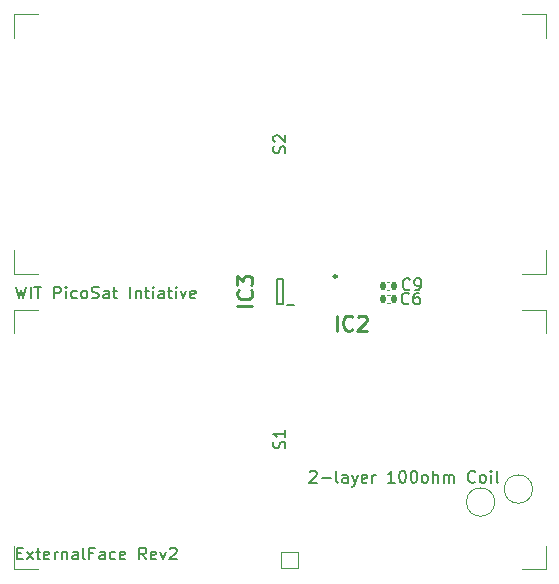
<source format=gto>
%TF.GenerationSoftware,KiCad,Pcbnew,7.0.2*%
%TF.CreationDate,2023-07-30T22:14:57-04:00*%
%TF.ProjectId,ExternalFaces,45787465-726e-4616-9c46-616365732e6b,rev?*%
%TF.SameCoordinates,Original*%
%TF.FileFunction,Legend,Top*%
%TF.FilePolarity,Positive*%
%FSLAX46Y46*%
G04 Gerber Fmt 4.6, Leading zero omitted, Abs format (unit mm)*
G04 Created by KiCad (PCBNEW 7.0.2) date 2023-07-30 22:14:57*
%MOMM*%
%LPD*%
G01*
G04 APERTURE LIST*
G04 Aperture macros list*
%AMRoundRect*
0 Rectangle with rounded corners*
0 $1 Rounding radius*
0 $2 $3 $4 $5 $6 $7 $8 $9 X,Y pos of 4 corners*
0 Add a 4 corners polygon primitive as box body*
4,1,4,$2,$3,$4,$5,$6,$7,$8,$9,$2,$3,0*
0 Add four circle primitives for the rounded corners*
1,1,$1+$1,$2,$3*
1,1,$1+$1,$4,$5*
1,1,$1+$1,$6,$7*
1,1,$1+$1,$8,$9*
0 Add four rect primitives between the rounded corners*
20,1,$1+$1,$2,$3,$4,$5,0*
20,1,$1+$1,$4,$5,$6,$7,0*
20,1,$1+$1,$6,$7,$8,$9,0*
20,1,$1+$1,$8,$9,$2,$3,0*%
G04 Aperture macros list end*
%ADD10C,0.150000*%
%ADD11C,0.254000*%
%ADD12C,0.120000*%
%ADD13C,0.200000*%
%ADD14C,0.250000*%
%ADD15RoundRect,0.140000X0.140000X0.170000X-0.140000X0.170000X-0.140000X-0.170000X0.140000X-0.170000X0*%
%ADD16R,0.620000X0.300000*%
%ADD17R,0.600000X0.350000*%
%ADD18R,1.100000X1.700000*%
%ADD19C,3.500000*%
%ADD20R,1.000000X1.000000*%
%ADD21C,2.000000*%
G04 APERTURE END LIST*
D10*
X107157143Y-96262619D02*
X107395238Y-97262619D01*
X107395238Y-97262619D02*
X107585714Y-96548333D01*
X107585714Y-96548333D02*
X107776190Y-97262619D01*
X107776190Y-97262619D02*
X108014286Y-96262619D01*
X108395238Y-97262619D02*
X108395238Y-96262619D01*
X108728571Y-96262619D02*
X109299999Y-96262619D01*
X109014285Y-97262619D02*
X109014285Y-96262619D01*
X110395238Y-97262619D02*
X110395238Y-96262619D01*
X110395238Y-96262619D02*
X110776190Y-96262619D01*
X110776190Y-96262619D02*
X110871428Y-96310238D01*
X110871428Y-96310238D02*
X110919047Y-96357857D01*
X110919047Y-96357857D02*
X110966666Y-96453095D01*
X110966666Y-96453095D02*
X110966666Y-96595952D01*
X110966666Y-96595952D02*
X110919047Y-96691190D01*
X110919047Y-96691190D02*
X110871428Y-96738809D01*
X110871428Y-96738809D02*
X110776190Y-96786428D01*
X110776190Y-96786428D02*
X110395238Y-96786428D01*
X111395238Y-97262619D02*
X111395238Y-96595952D01*
X111395238Y-96262619D02*
X111347619Y-96310238D01*
X111347619Y-96310238D02*
X111395238Y-96357857D01*
X111395238Y-96357857D02*
X111442857Y-96310238D01*
X111442857Y-96310238D02*
X111395238Y-96262619D01*
X111395238Y-96262619D02*
X111395238Y-96357857D01*
X112299999Y-97215000D02*
X112204761Y-97262619D01*
X112204761Y-97262619D02*
X112014285Y-97262619D01*
X112014285Y-97262619D02*
X111919047Y-97215000D01*
X111919047Y-97215000D02*
X111871428Y-97167380D01*
X111871428Y-97167380D02*
X111823809Y-97072142D01*
X111823809Y-97072142D02*
X111823809Y-96786428D01*
X111823809Y-96786428D02*
X111871428Y-96691190D01*
X111871428Y-96691190D02*
X111919047Y-96643571D01*
X111919047Y-96643571D02*
X112014285Y-96595952D01*
X112014285Y-96595952D02*
X112204761Y-96595952D01*
X112204761Y-96595952D02*
X112299999Y-96643571D01*
X112871428Y-97262619D02*
X112776190Y-97215000D01*
X112776190Y-97215000D02*
X112728571Y-97167380D01*
X112728571Y-97167380D02*
X112680952Y-97072142D01*
X112680952Y-97072142D02*
X112680952Y-96786428D01*
X112680952Y-96786428D02*
X112728571Y-96691190D01*
X112728571Y-96691190D02*
X112776190Y-96643571D01*
X112776190Y-96643571D02*
X112871428Y-96595952D01*
X112871428Y-96595952D02*
X113014285Y-96595952D01*
X113014285Y-96595952D02*
X113109523Y-96643571D01*
X113109523Y-96643571D02*
X113157142Y-96691190D01*
X113157142Y-96691190D02*
X113204761Y-96786428D01*
X113204761Y-96786428D02*
X113204761Y-97072142D01*
X113204761Y-97072142D02*
X113157142Y-97167380D01*
X113157142Y-97167380D02*
X113109523Y-97215000D01*
X113109523Y-97215000D02*
X113014285Y-97262619D01*
X113014285Y-97262619D02*
X112871428Y-97262619D01*
X113585714Y-97215000D02*
X113728571Y-97262619D01*
X113728571Y-97262619D02*
X113966666Y-97262619D01*
X113966666Y-97262619D02*
X114061904Y-97215000D01*
X114061904Y-97215000D02*
X114109523Y-97167380D01*
X114109523Y-97167380D02*
X114157142Y-97072142D01*
X114157142Y-97072142D02*
X114157142Y-96976904D01*
X114157142Y-96976904D02*
X114109523Y-96881666D01*
X114109523Y-96881666D02*
X114061904Y-96834047D01*
X114061904Y-96834047D02*
X113966666Y-96786428D01*
X113966666Y-96786428D02*
X113776190Y-96738809D01*
X113776190Y-96738809D02*
X113680952Y-96691190D01*
X113680952Y-96691190D02*
X113633333Y-96643571D01*
X113633333Y-96643571D02*
X113585714Y-96548333D01*
X113585714Y-96548333D02*
X113585714Y-96453095D01*
X113585714Y-96453095D02*
X113633333Y-96357857D01*
X113633333Y-96357857D02*
X113680952Y-96310238D01*
X113680952Y-96310238D02*
X113776190Y-96262619D01*
X113776190Y-96262619D02*
X114014285Y-96262619D01*
X114014285Y-96262619D02*
X114157142Y-96310238D01*
X115014285Y-97262619D02*
X115014285Y-96738809D01*
X115014285Y-96738809D02*
X114966666Y-96643571D01*
X114966666Y-96643571D02*
X114871428Y-96595952D01*
X114871428Y-96595952D02*
X114680952Y-96595952D01*
X114680952Y-96595952D02*
X114585714Y-96643571D01*
X115014285Y-97215000D02*
X114919047Y-97262619D01*
X114919047Y-97262619D02*
X114680952Y-97262619D01*
X114680952Y-97262619D02*
X114585714Y-97215000D01*
X114585714Y-97215000D02*
X114538095Y-97119761D01*
X114538095Y-97119761D02*
X114538095Y-97024523D01*
X114538095Y-97024523D02*
X114585714Y-96929285D01*
X114585714Y-96929285D02*
X114680952Y-96881666D01*
X114680952Y-96881666D02*
X114919047Y-96881666D01*
X114919047Y-96881666D02*
X115014285Y-96834047D01*
X115347619Y-96595952D02*
X115728571Y-96595952D01*
X115490476Y-96262619D02*
X115490476Y-97119761D01*
X115490476Y-97119761D02*
X115538095Y-97215000D01*
X115538095Y-97215000D02*
X115633333Y-97262619D01*
X115633333Y-97262619D02*
X115728571Y-97262619D01*
X116823810Y-97262619D02*
X116823810Y-96262619D01*
X117300000Y-96595952D02*
X117300000Y-97262619D01*
X117300000Y-96691190D02*
X117347619Y-96643571D01*
X117347619Y-96643571D02*
X117442857Y-96595952D01*
X117442857Y-96595952D02*
X117585714Y-96595952D01*
X117585714Y-96595952D02*
X117680952Y-96643571D01*
X117680952Y-96643571D02*
X117728571Y-96738809D01*
X117728571Y-96738809D02*
X117728571Y-97262619D01*
X118061905Y-96595952D02*
X118442857Y-96595952D01*
X118204762Y-96262619D02*
X118204762Y-97119761D01*
X118204762Y-97119761D02*
X118252381Y-97215000D01*
X118252381Y-97215000D02*
X118347619Y-97262619D01*
X118347619Y-97262619D02*
X118442857Y-97262619D01*
X118776191Y-97262619D02*
X118776191Y-96595952D01*
X118776191Y-96262619D02*
X118728572Y-96310238D01*
X118728572Y-96310238D02*
X118776191Y-96357857D01*
X118776191Y-96357857D02*
X118823810Y-96310238D01*
X118823810Y-96310238D02*
X118776191Y-96262619D01*
X118776191Y-96262619D02*
X118776191Y-96357857D01*
X119680952Y-97262619D02*
X119680952Y-96738809D01*
X119680952Y-96738809D02*
X119633333Y-96643571D01*
X119633333Y-96643571D02*
X119538095Y-96595952D01*
X119538095Y-96595952D02*
X119347619Y-96595952D01*
X119347619Y-96595952D02*
X119252381Y-96643571D01*
X119680952Y-97215000D02*
X119585714Y-97262619D01*
X119585714Y-97262619D02*
X119347619Y-97262619D01*
X119347619Y-97262619D02*
X119252381Y-97215000D01*
X119252381Y-97215000D02*
X119204762Y-97119761D01*
X119204762Y-97119761D02*
X119204762Y-97024523D01*
X119204762Y-97024523D02*
X119252381Y-96929285D01*
X119252381Y-96929285D02*
X119347619Y-96881666D01*
X119347619Y-96881666D02*
X119585714Y-96881666D01*
X119585714Y-96881666D02*
X119680952Y-96834047D01*
X120014286Y-96595952D02*
X120395238Y-96595952D01*
X120157143Y-96262619D02*
X120157143Y-97119761D01*
X120157143Y-97119761D02*
X120204762Y-97215000D01*
X120204762Y-97215000D02*
X120300000Y-97262619D01*
X120300000Y-97262619D02*
X120395238Y-97262619D01*
X120728572Y-97262619D02*
X120728572Y-96595952D01*
X120728572Y-96262619D02*
X120680953Y-96310238D01*
X120680953Y-96310238D02*
X120728572Y-96357857D01*
X120728572Y-96357857D02*
X120776191Y-96310238D01*
X120776191Y-96310238D02*
X120728572Y-96262619D01*
X120728572Y-96262619D02*
X120728572Y-96357857D01*
X121109524Y-96595952D02*
X121347619Y-97262619D01*
X121347619Y-97262619D02*
X121585714Y-96595952D01*
X122347619Y-97215000D02*
X122252381Y-97262619D01*
X122252381Y-97262619D02*
X122061905Y-97262619D01*
X122061905Y-97262619D02*
X121966667Y-97215000D01*
X121966667Y-97215000D02*
X121919048Y-97119761D01*
X121919048Y-97119761D02*
X121919048Y-96738809D01*
X121919048Y-96738809D02*
X121966667Y-96643571D01*
X121966667Y-96643571D02*
X122061905Y-96595952D01*
X122061905Y-96595952D02*
X122252381Y-96595952D01*
X122252381Y-96595952D02*
X122347619Y-96643571D01*
X122347619Y-96643571D02*
X122395238Y-96738809D01*
X122395238Y-96738809D02*
X122395238Y-96834047D01*
X122395238Y-96834047D02*
X121919048Y-96929285D01*
X107285713Y-118838809D02*
X107619046Y-118838809D01*
X107761903Y-119362619D02*
X107285713Y-119362619D01*
X107285713Y-119362619D02*
X107285713Y-118362619D01*
X107285713Y-118362619D02*
X107761903Y-118362619D01*
X108095237Y-119362619D02*
X108619046Y-118695952D01*
X108095237Y-118695952D02*
X108619046Y-119362619D01*
X108857142Y-118695952D02*
X109238094Y-118695952D01*
X108999999Y-118362619D02*
X108999999Y-119219761D01*
X108999999Y-119219761D02*
X109047618Y-119315000D01*
X109047618Y-119315000D02*
X109142856Y-119362619D01*
X109142856Y-119362619D02*
X109238094Y-119362619D01*
X109952380Y-119315000D02*
X109857142Y-119362619D01*
X109857142Y-119362619D02*
X109666666Y-119362619D01*
X109666666Y-119362619D02*
X109571428Y-119315000D01*
X109571428Y-119315000D02*
X109523809Y-119219761D01*
X109523809Y-119219761D02*
X109523809Y-118838809D01*
X109523809Y-118838809D02*
X109571428Y-118743571D01*
X109571428Y-118743571D02*
X109666666Y-118695952D01*
X109666666Y-118695952D02*
X109857142Y-118695952D01*
X109857142Y-118695952D02*
X109952380Y-118743571D01*
X109952380Y-118743571D02*
X109999999Y-118838809D01*
X109999999Y-118838809D02*
X109999999Y-118934047D01*
X109999999Y-118934047D02*
X109523809Y-119029285D01*
X110428571Y-119362619D02*
X110428571Y-118695952D01*
X110428571Y-118886428D02*
X110476190Y-118791190D01*
X110476190Y-118791190D02*
X110523809Y-118743571D01*
X110523809Y-118743571D02*
X110619047Y-118695952D01*
X110619047Y-118695952D02*
X110714285Y-118695952D01*
X111047619Y-118695952D02*
X111047619Y-119362619D01*
X111047619Y-118791190D02*
X111095238Y-118743571D01*
X111095238Y-118743571D02*
X111190476Y-118695952D01*
X111190476Y-118695952D02*
X111333333Y-118695952D01*
X111333333Y-118695952D02*
X111428571Y-118743571D01*
X111428571Y-118743571D02*
X111476190Y-118838809D01*
X111476190Y-118838809D02*
X111476190Y-119362619D01*
X112380952Y-119362619D02*
X112380952Y-118838809D01*
X112380952Y-118838809D02*
X112333333Y-118743571D01*
X112333333Y-118743571D02*
X112238095Y-118695952D01*
X112238095Y-118695952D02*
X112047619Y-118695952D01*
X112047619Y-118695952D02*
X111952381Y-118743571D01*
X112380952Y-119315000D02*
X112285714Y-119362619D01*
X112285714Y-119362619D02*
X112047619Y-119362619D01*
X112047619Y-119362619D02*
X111952381Y-119315000D01*
X111952381Y-119315000D02*
X111904762Y-119219761D01*
X111904762Y-119219761D02*
X111904762Y-119124523D01*
X111904762Y-119124523D02*
X111952381Y-119029285D01*
X111952381Y-119029285D02*
X112047619Y-118981666D01*
X112047619Y-118981666D02*
X112285714Y-118981666D01*
X112285714Y-118981666D02*
X112380952Y-118934047D01*
X113000000Y-119362619D02*
X112904762Y-119315000D01*
X112904762Y-119315000D02*
X112857143Y-119219761D01*
X112857143Y-119219761D02*
X112857143Y-118362619D01*
X113714286Y-118838809D02*
X113380953Y-118838809D01*
X113380953Y-119362619D02*
X113380953Y-118362619D01*
X113380953Y-118362619D02*
X113857143Y-118362619D01*
X114666667Y-119362619D02*
X114666667Y-118838809D01*
X114666667Y-118838809D02*
X114619048Y-118743571D01*
X114619048Y-118743571D02*
X114523810Y-118695952D01*
X114523810Y-118695952D02*
X114333334Y-118695952D01*
X114333334Y-118695952D02*
X114238096Y-118743571D01*
X114666667Y-119315000D02*
X114571429Y-119362619D01*
X114571429Y-119362619D02*
X114333334Y-119362619D01*
X114333334Y-119362619D02*
X114238096Y-119315000D01*
X114238096Y-119315000D02*
X114190477Y-119219761D01*
X114190477Y-119219761D02*
X114190477Y-119124523D01*
X114190477Y-119124523D02*
X114238096Y-119029285D01*
X114238096Y-119029285D02*
X114333334Y-118981666D01*
X114333334Y-118981666D02*
X114571429Y-118981666D01*
X114571429Y-118981666D02*
X114666667Y-118934047D01*
X115571429Y-119315000D02*
X115476191Y-119362619D01*
X115476191Y-119362619D02*
X115285715Y-119362619D01*
X115285715Y-119362619D02*
X115190477Y-119315000D01*
X115190477Y-119315000D02*
X115142858Y-119267380D01*
X115142858Y-119267380D02*
X115095239Y-119172142D01*
X115095239Y-119172142D02*
X115095239Y-118886428D01*
X115095239Y-118886428D02*
X115142858Y-118791190D01*
X115142858Y-118791190D02*
X115190477Y-118743571D01*
X115190477Y-118743571D02*
X115285715Y-118695952D01*
X115285715Y-118695952D02*
X115476191Y-118695952D01*
X115476191Y-118695952D02*
X115571429Y-118743571D01*
X116380953Y-119315000D02*
X116285715Y-119362619D01*
X116285715Y-119362619D02*
X116095239Y-119362619D01*
X116095239Y-119362619D02*
X116000001Y-119315000D01*
X116000001Y-119315000D02*
X115952382Y-119219761D01*
X115952382Y-119219761D02*
X115952382Y-118838809D01*
X115952382Y-118838809D02*
X116000001Y-118743571D01*
X116000001Y-118743571D02*
X116095239Y-118695952D01*
X116095239Y-118695952D02*
X116285715Y-118695952D01*
X116285715Y-118695952D02*
X116380953Y-118743571D01*
X116380953Y-118743571D02*
X116428572Y-118838809D01*
X116428572Y-118838809D02*
X116428572Y-118934047D01*
X116428572Y-118934047D02*
X115952382Y-119029285D01*
X118190477Y-119362619D02*
X117857144Y-118886428D01*
X117619049Y-119362619D02*
X117619049Y-118362619D01*
X117619049Y-118362619D02*
X118000001Y-118362619D01*
X118000001Y-118362619D02*
X118095239Y-118410238D01*
X118095239Y-118410238D02*
X118142858Y-118457857D01*
X118142858Y-118457857D02*
X118190477Y-118553095D01*
X118190477Y-118553095D02*
X118190477Y-118695952D01*
X118190477Y-118695952D02*
X118142858Y-118791190D01*
X118142858Y-118791190D02*
X118095239Y-118838809D01*
X118095239Y-118838809D02*
X118000001Y-118886428D01*
X118000001Y-118886428D02*
X117619049Y-118886428D01*
X119000001Y-119315000D02*
X118904763Y-119362619D01*
X118904763Y-119362619D02*
X118714287Y-119362619D01*
X118714287Y-119362619D02*
X118619049Y-119315000D01*
X118619049Y-119315000D02*
X118571430Y-119219761D01*
X118571430Y-119219761D02*
X118571430Y-118838809D01*
X118571430Y-118838809D02*
X118619049Y-118743571D01*
X118619049Y-118743571D02*
X118714287Y-118695952D01*
X118714287Y-118695952D02*
X118904763Y-118695952D01*
X118904763Y-118695952D02*
X119000001Y-118743571D01*
X119000001Y-118743571D02*
X119047620Y-118838809D01*
X119047620Y-118838809D02*
X119047620Y-118934047D01*
X119047620Y-118934047D02*
X118571430Y-119029285D01*
X119380954Y-118695952D02*
X119619049Y-119362619D01*
X119619049Y-119362619D02*
X119857144Y-118695952D01*
X120190478Y-118457857D02*
X120238097Y-118410238D01*
X120238097Y-118410238D02*
X120333335Y-118362619D01*
X120333335Y-118362619D02*
X120571430Y-118362619D01*
X120571430Y-118362619D02*
X120666668Y-118410238D01*
X120666668Y-118410238D02*
X120714287Y-118457857D01*
X120714287Y-118457857D02*
X120761906Y-118553095D01*
X120761906Y-118553095D02*
X120761906Y-118648333D01*
X120761906Y-118648333D02*
X120714287Y-118791190D01*
X120714287Y-118791190D02*
X120142859Y-119362619D01*
X120142859Y-119362619D02*
X120761906Y-119362619D01*
X132047618Y-111957857D02*
X132095237Y-111910238D01*
X132095237Y-111910238D02*
X132190475Y-111862619D01*
X132190475Y-111862619D02*
X132428570Y-111862619D01*
X132428570Y-111862619D02*
X132523808Y-111910238D01*
X132523808Y-111910238D02*
X132571427Y-111957857D01*
X132571427Y-111957857D02*
X132619046Y-112053095D01*
X132619046Y-112053095D02*
X132619046Y-112148333D01*
X132619046Y-112148333D02*
X132571427Y-112291190D01*
X132571427Y-112291190D02*
X131999999Y-112862619D01*
X131999999Y-112862619D02*
X132619046Y-112862619D01*
X133047618Y-112481666D02*
X133809523Y-112481666D01*
X134428570Y-112862619D02*
X134333332Y-112815000D01*
X134333332Y-112815000D02*
X134285713Y-112719761D01*
X134285713Y-112719761D02*
X134285713Y-111862619D01*
X135238094Y-112862619D02*
X135238094Y-112338809D01*
X135238094Y-112338809D02*
X135190475Y-112243571D01*
X135190475Y-112243571D02*
X135095237Y-112195952D01*
X135095237Y-112195952D02*
X134904761Y-112195952D01*
X134904761Y-112195952D02*
X134809523Y-112243571D01*
X135238094Y-112815000D02*
X135142856Y-112862619D01*
X135142856Y-112862619D02*
X134904761Y-112862619D01*
X134904761Y-112862619D02*
X134809523Y-112815000D01*
X134809523Y-112815000D02*
X134761904Y-112719761D01*
X134761904Y-112719761D02*
X134761904Y-112624523D01*
X134761904Y-112624523D02*
X134809523Y-112529285D01*
X134809523Y-112529285D02*
X134904761Y-112481666D01*
X134904761Y-112481666D02*
X135142856Y-112481666D01*
X135142856Y-112481666D02*
X135238094Y-112434047D01*
X135619047Y-112195952D02*
X135857142Y-112862619D01*
X136095237Y-112195952D02*
X135857142Y-112862619D01*
X135857142Y-112862619D02*
X135761904Y-113100714D01*
X135761904Y-113100714D02*
X135714285Y-113148333D01*
X135714285Y-113148333D02*
X135619047Y-113195952D01*
X136857142Y-112815000D02*
X136761904Y-112862619D01*
X136761904Y-112862619D02*
X136571428Y-112862619D01*
X136571428Y-112862619D02*
X136476190Y-112815000D01*
X136476190Y-112815000D02*
X136428571Y-112719761D01*
X136428571Y-112719761D02*
X136428571Y-112338809D01*
X136428571Y-112338809D02*
X136476190Y-112243571D01*
X136476190Y-112243571D02*
X136571428Y-112195952D01*
X136571428Y-112195952D02*
X136761904Y-112195952D01*
X136761904Y-112195952D02*
X136857142Y-112243571D01*
X136857142Y-112243571D02*
X136904761Y-112338809D01*
X136904761Y-112338809D02*
X136904761Y-112434047D01*
X136904761Y-112434047D02*
X136428571Y-112529285D01*
X137333333Y-112862619D02*
X137333333Y-112195952D01*
X137333333Y-112386428D02*
X137380952Y-112291190D01*
X137380952Y-112291190D02*
X137428571Y-112243571D01*
X137428571Y-112243571D02*
X137523809Y-112195952D01*
X137523809Y-112195952D02*
X137619047Y-112195952D01*
X139238095Y-112862619D02*
X138666667Y-112862619D01*
X138952381Y-112862619D02*
X138952381Y-111862619D01*
X138952381Y-111862619D02*
X138857143Y-112005476D01*
X138857143Y-112005476D02*
X138761905Y-112100714D01*
X138761905Y-112100714D02*
X138666667Y-112148333D01*
X139857143Y-111862619D02*
X139952381Y-111862619D01*
X139952381Y-111862619D02*
X140047619Y-111910238D01*
X140047619Y-111910238D02*
X140095238Y-111957857D01*
X140095238Y-111957857D02*
X140142857Y-112053095D01*
X140142857Y-112053095D02*
X140190476Y-112243571D01*
X140190476Y-112243571D02*
X140190476Y-112481666D01*
X140190476Y-112481666D02*
X140142857Y-112672142D01*
X140142857Y-112672142D02*
X140095238Y-112767380D01*
X140095238Y-112767380D02*
X140047619Y-112815000D01*
X140047619Y-112815000D02*
X139952381Y-112862619D01*
X139952381Y-112862619D02*
X139857143Y-112862619D01*
X139857143Y-112862619D02*
X139761905Y-112815000D01*
X139761905Y-112815000D02*
X139714286Y-112767380D01*
X139714286Y-112767380D02*
X139666667Y-112672142D01*
X139666667Y-112672142D02*
X139619048Y-112481666D01*
X139619048Y-112481666D02*
X139619048Y-112243571D01*
X139619048Y-112243571D02*
X139666667Y-112053095D01*
X139666667Y-112053095D02*
X139714286Y-111957857D01*
X139714286Y-111957857D02*
X139761905Y-111910238D01*
X139761905Y-111910238D02*
X139857143Y-111862619D01*
X140809524Y-111862619D02*
X140904762Y-111862619D01*
X140904762Y-111862619D02*
X141000000Y-111910238D01*
X141000000Y-111910238D02*
X141047619Y-111957857D01*
X141047619Y-111957857D02*
X141095238Y-112053095D01*
X141095238Y-112053095D02*
X141142857Y-112243571D01*
X141142857Y-112243571D02*
X141142857Y-112481666D01*
X141142857Y-112481666D02*
X141095238Y-112672142D01*
X141095238Y-112672142D02*
X141047619Y-112767380D01*
X141047619Y-112767380D02*
X141000000Y-112815000D01*
X141000000Y-112815000D02*
X140904762Y-112862619D01*
X140904762Y-112862619D02*
X140809524Y-112862619D01*
X140809524Y-112862619D02*
X140714286Y-112815000D01*
X140714286Y-112815000D02*
X140666667Y-112767380D01*
X140666667Y-112767380D02*
X140619048Y-112672142D01*
X140619048Y-112672142D02*
X140571429Y-112481666D01*
X140571429Y-112481666D02*
X140571429Y-112243571D01*
X140571429Y-112243571D02*
X140619048Y-112053095D01*
X140619048Y-112053095D02*
X140666667Y-111957857D01*
X140666667Y-111957857D02*
X140714286Y-111910238D01*
X140714286Y-111910238D02*
X140809524Y-111862619D01*
X141714286Y-112862619D02*
X141619048Y-112815000D01*
X141619048Y-112815000D02*
X141571429Y-112767380D01*
X141571429Y-112767380D02*
X141523810Y-112672142D01*
X141523810Y-112672142D02*
X141523810Y-112386428D01*
X141523810Y-112386428D02*
X141571429Y-112291190D01*
X141571429Y-112291190D02*
X141619048Y-112243571D01*
X141619048Y-112243571D02*
X141714286Y-112195952D01*
X141714286Y-112195952D02*
X141857143Y-112195952D01*
X141857143Y-112195952D02*
X141952381Y-112243571D01*
X141952381Y-112243571D02*
X142000000Y-112291190D01*
X142000000Y-112291190D02*
X142047619Y-112386428D01*
X142047619Y-112386428D02*
X142047619Y-112672142D01*
X142047619Y-112672142D02*
X142000000Y-112767380D01*
X142000000Y-112767380D02*
X141952381Y-112815000D01*
X141952381Y-112815000D02*
X141857143Y-112862619D01*
X141857143Y-112862619D02*
X141714286Y-112862619D01*
X142476191Y-112862619D02*
X142476191Y-111862619D01*
X142904762Y-112862619D02*
X142904762Y-112338809D01*
X142904762Y-112338809D02*
X142857143Y-112243571D01*
X142857143Y-112243571D02*
X142761905Y-112195952D01*
X142761905Y-112195952D02*
X142619048Y-112195952D01*
X142619048Y-112195952D02*
X142523810Y-112243571D01*
X142523810Y-112243571D02*
X142476191Y-112291190D01*
X143380953Y-112862619D02*
X143380953Y-112195952D01*
X143380953Y-112291190D02*
X143428572Y-112243571D01*
X143428572Y-112243571D02*
X143523810Y-112195952D01*
X143523810Y-112195952D02*
X143666667Y-112195952D01*
X143666667Y-112195952D02*
X143761905Y-112243571D01*
X143761905Y-112243571D02*
X143809524Y-112338809D01*
X143809524Y-112338809D02*
X143809524Y-112862619D01*
X143809524Y-112338809D02*
X143857143Y-112243571D01*
X143857143Y-112243571D02*
X143952381Y-112195952D01*
X143952381Y-112195952D02*
X144095238Y-112195952D01*
X144095238Y-112195952D02*
X144190477Y-112243571D01*
X144190477Y-112243571D02*
X144238096Y-112338809D01*
X144238096Y-112338809D02*
X144238096Y-112862619D01*
X146047619Y-112767380D02*
X146000000Y-112815000D01*
X146000000Y-112815000D02*
X145857143Y-112862619D01*
X145857143Y-112862619D02*
X145761905Y-112862619D01*
X145761905Y-112862619D02*
X145619048Y-112815000D01*
X145619048Y-112815000D02*
X145523810Y-112719761D01*
X145523810Y-112719761D02*
X145476191Y-112624523D01*
X145476191Y-112624523D02*
X145428572Y-112434047D01*
X145428572Y-112434047D02*
X145428572Y-112291190D01*
X145428572Y-112291190D02*
X145476191Y-112100714D01*
X145476191Y-112100714D02*
X145523810Y-112005476D01*
X145523810Y-112005476D02*
X145619048Y-111910238D01*
X145619048Y-111910238D02*
X145761905Y-111862619D01*
X145761905Y-111862619D02*
X145857143Y-111862619D01*
X145857143Y-111862619D02*
X146000000Y-111910238D01*
X146000000Y-111910238D02*
X146047619Y-111957857D01*
X146619048Y-112862619D02*
X146523810Y-112815000D01*
X146523810Y-112815000D02*
X146476191Y-112767380D01*
X146476191Y-112767380D02*
X146428572Y-112672142D01*
X146428572Y-112672142D02*
X146428572Y-112386428D01*
X146428572Y-112386428D02*
X146476191Y-112291190D01*
X146476191Y-112291190D02*
X146523810Y-112243571D01*
X146523810Y-112243571D02*
X146619048Y-112195952D01*
X146619048Y-112195952D02*
X146761905Y-112195952D01*
X146761905Y-112195952D02*
X146857143Y-112243571D01*
X146857143Y-112243571D02*
X146904762Y-112291190D01*
X146904762Y-112291190D02*
X146952381Y-112386428D01*
X146952381Y-112386428D02*
X146952381Y-112672142D01*
X146952381Y-112672142D02*
X146904762Y-112767380D01*
X146904762Y-112767380D02*
X146857143Y-112815000D01*
X146857143Y-112815000D02*
X146761905Y-112862619D01*
X146761905Y-112862619D02*
X146619048Y-112862619D01*
X147380953Y-112862619D02*
X147380953Y-112195952D01*
X147380953Y-111862619D02*
X147333334Y-111910238D01*
X147333334Y-111910238D02*
X147380953Y-111957857D01*
X147380953Y-111957857D02*
X147428572Y-111910238D01*
X147428572Y-111910238D02*
X147380953Y-111862619D01*
X147380953Y-111862619D02*
X147380953Y-111957857D01*
X148000000Y-112862619D02*
X147904762Y-112815000D01*
X147904762Y-112815000D02*
X147857143Y-112719761D01*
X147857143Y-112719761D02*
X147857143Y-111862619D01*
X140513333Y-96467380D02*
X140465714Y-96515000D01*
X140465714Y-96515000D02*
X140322857Y-96562619D01*
X140322857Y-96562619D02*
X140227619Y-96562619D01*
X140227619Y-96562619D02*
X140084762Y-96515000D01*
X140084762Y-96515000D02*
X139989524Y-96419761D01*
X139989524Y-96419761D02*
X139941905Y-96324523D01*
X139941905Y-96324523D02*
X139894286Y-96134047D01*
X139894286Y-96134047D02*
X139894286Y-95991190D01*
X139894286Y-95991190D02*
X139941905Y-95800714D01*
X139941905Y-95800714D02*
X139989524Y-95705476D01*
X139989524Y-95705476D02*
X140084762Y-95610238D01*
X140084762Y-95610238D02*
X140227619Y-95562619D01*
X140227619Y-95562619D02*
X140322857Y-95562619D01*
X140322857Y-95562619D02*
X140465714Y-95610238D01*
X140465714Y-95610238D02*
X140513333Y-95657857D01*
X140989524Y-96562619D02*
X141180000Y-96562619D01*
X141180000Y-96562619D02*
X141275238Y-96515000D01*
X141275238Y-96515000D02*
X141322857Y-96467380D01*
X141322857Y-96467380D02*
X141418095Y-96324523D01*
X141418095Y-96324523D02*
X141465714Y-96134047D01*
X141465714Y-96134047D02*
X141465714Y-95753095D01*
X141465714Y-95753095D02*
X141418095Y-95657857D01*
X141418095Y-95657857D02*
X141370476Y-95610238D01*
X141370476Y-95610238D02*
X141275238Y-95562619D01*
X141275238Y-95562619D02*
X141084762Y-95562619D01*
X141084762Y-95562619D02*
X140989524Y-95610238D01*
X140989524Y-95610238D02*
X140941905Y-95657857D01*
X140941905Y-95657857D02*
X140894286Y-95753095D01*
X140894286Y-95753095D02*
X140894286Y-95991190D01*
X140894286Y-95991190D02*
X140941905Y-96086428D01*
X140941905Y-96086428D02*
X140989524Y-96134047D01*
X140989524Y-96134047D02*
X141084762Y-96181666D01*
X141084762Y-96181666D02*
X141275238Y-96181666D01*
X141275238Y-96181666D02*
X141370476Y-96134047D01*
X141370476Y-96134047D02*
X141418095Y-96086428D01*
X141418095Y-96086428D02*
X141465714Y-95991190D01*
D11*
X127177526Y-97889762D02*
X125907526Y-97889762D01*
X127056573Y-96559285D02*
X127117050Y-96619761D01*
X127117050Y-96619761D02*
X127177526Y-96801190D01*
X127177526Y-96801190D02*
X127177526Y-96922142D01*
X127177526Y-96922142D02*
X127117050Y-97103571D01*
X127117050Y-97103571D02*
X126996097Y-97224523D01*
X126996097Y-97224523D02*
X126875145Y-97285000D01*
X126875145Y-97285000D02*
X126633240Y-97345476D01*
X126633240Y-97345476D02*
X126451811Y-97345476D01*
X126451811Y-97345476D02*
X126209907Y-97285000D01*
X126209907Y-97285000D02*
X126088954Y-97224523D01*
X126088954Y-97224523D02*
X125968002Y-97103571D01*
X125968002Y-97103571D02*
X125907526Y-96922142D01*
X125907526Y-96922142D02*
X125907526Y-96801190D01*
X125907526Y-96801190D02*
X125968002Y-96619761D01*
X125968002Y-96619761D02*
X126028478Y-96559285D01*
X125907526Y-96135952D02*
X125907526Y-95349761D01*
X125907526Y-95349761D02*
X126391335Y-95773095D01*
X126391335Y-95773095D02*
X126391335Y-95591666D01*
X126391335Y-95591666D02*
X126451811Y-95470714D01*
X126451811Y-95470714D02*
X126512288Y-95410238D01*
X126512288Y-95410238D02*
X126633240Y-95349761D01*
X126633240Y-95349761D02*
X126935621Y-95349761D01*
X126935621Y-95349761D02*
X127056573Y-95410238D01*
X127056573Y-95410238D02*
X127117050Y-95470714D01*
X127117050Y-95470714D02*
X127177526Y-95591666D01*
X127177526Y-95591666D02*
X127177526Y-95954523D01*
X127177526Y-95954523D02*
X127117050Y-96075476D01*
X127117050Y-96075476D02*
X127056573Y-96135952D01*
X134310237Y-99987526D02*
X134310237Y-98717526D01*
X135640714Y-99866573D02*
X135580238Y-99927050D01*
X135580238Y-99927050D02*
X135398809Y-99987526D01*
X135398809Y-99987526D02*
X135277857Y-99987526D01*
X135277857Y-99987526D02*
X135096428Y-99927050D01*
X135096428Y-99927050D02*
X134975476Y-99806097D01*
X134975476Y-99806097D02*
X134914999Y-99685145D01*
X134914999Y-99685145D02*
X134854523Y-99443240D01*
X134854523Y-99443240D02*
X134854523Y-99261811D01*
X134854523Y-99261811D02*
X134914999Y-99019907D01*
X134914999Y-99019907D02*
X134975476Y-98898954D01*
X134975476Y-98898954D02*
X135096428Y-98778002D01*
X135096428Y-98778002D02*
X135277857Y-98717526D01*
X135277857Y-98717526D02*
X135398809Y-98717526D01*
X135398809Y-98717526D02*
X135580238Y-98778002D01*
X135580238Y-98778002D02*
X135640714Y-98838478D01*
X136124523Y-98838478D02*
X136184999Y-98778002D01*
X136184999Y-98778002D02*
X136305952Y-98717526D01*
X136305952Y-98717526D02*
X136608333Y-98717526D01*
X136608333Y-98717526D02*
X136729285Y-98778002D01*
X136729285Y-98778002D02*
X136789761Y-98838478D01*
X136789761Y-98838478D02*
X136850238Y-98959430D01*
X136850238Y-98959430D02*
X136850238Y-99080383D01*
X136850238Y-99080383D02*
X136789761Y-99261811D01*
X136789761Y-99261811D02*
X136064047Y-99987526D01*
X136064047Y-99987526D02*
X136850238Y-99987526D01*
D10*
X140433333Y-97667380D02*
X140385714Y-97715000D01*
X140385714Y-97715000D02*
X140242857Y-97762619D01*
X140242857Y-97762619D02*
X140147619Y-97762619D01*
X140147619Y-97762619D02*
X140004762Y-97715000D01*
X140004762Y-97715000D02*
X139909524Y-97619761D01*
X139909524Y-97619761D02*
X139861905Y-97524523D01*
X139861905Y-97524523D02*
X139814286Y-97334047D01*
X139814286Y-97334047D02*
X139814286Y-97191190D01*
X139814286Y-97191190D02*
X139861905Y-97000714D01*
X139861905Y-97000714D02*
X139909524Y-96905476D01*
X139909524Y-96905476D02*
X140004762Y-96810238D01*
X140004762Y-96810238D02*
X140147619Y-96762619D01*
X140147619Y-96762619D02*
X140242857Y-96762619D01*
X140242857Y-96762619D02*
X140385714Y-96810238D01*
X140385714Y-96810238D02*
X140433333Y-96857857D01*
X141290476Y-96762619D02*
X141100000Y-96762619D01*
X141100000Y-96762619D02*
X141004762Y-96810238D01*
X141004762Y-96810238D02*
X140957143Y-96857857D01*
X140957143Y-96857857D02*
X140861905Y-97000714D01*
X140861905Y-97000714D02*
X140814286Y-97191190D01*
X140814286Y-97191190D02*
X140814286Y-97572142D01*
X140814286Y-97572142D02*
X140861905Y-97667380D01*
X140861905Y-97667380D02*
X140909524Y-97715000D01*
X140909524Y-97715000D02*
X141004762Y-97762619D01*
X141004762Y-97762619D02*
X141195238Y-97762619D01*
X141195238Y-97762619D02*
X141290476Y-97715000D01*
X141290476Y-97715000D02*
X141338095Y-97667380D01*
X141338095Y-97667380D02*
X141385714Y-97572142D01*
X141385714Y-97572142D02*
X141385714Y-97334047D01*
X141385714Y-97334047D02*
X141338095Y-97238809D01*
X141338095Y-97238809D02*
X141290476Y-97191190D01*
X141290476Y-97191190D02*
X141195238Y-97143571D01*
X141195238Y-97143571D02*
X141004762Y-97143571D01*
X141004762Y-97143571D02*
X140909524Y-97191190D01*
X140909524Y-97191190D02*
X140861905Y-97238809D01*
X140861905Y-97238809D02*
X140814286Y-97334047D01*
X129915000Y-84961904D02*
X129962619Y-84819047D01*
X129962619Y-84819047D02*
X129962619Y-84580952D01*
X129962619Y-84580952D02*
X129915000Y-84485714D01*
X129915000Y-84485714D02*
X129867380Y-84438095D01*
X129867380Y-84438095D02*
X129772142Y-84390476D01*
X129772142Y-84390476D02*
X129676904Y-84390476D01*
X129676904Y-84390476D02*
X129581666Y-84438095D01*
X129581666Y-84438095D02*
X129534047Y-84485714D01*
X129534047Y-84485714D02*
X129486428Y-84580952D01*
X129486428Y-84580952D02*
X129438809Y-84771428D01*
X129438809Y-84771428D02*
X129391190Y-84866666D01*
X129391190Y-84866666D02*
X129343571Y-84914285D01*
X129343571Y-84914285D02*
X129248333Y-84961904D01*
X129248333Y-84961904D02*
X129153095Y-84961904D01*
X129153095Y-84961904D02*
X129057857Y-84914285D01*
X129057857Y-84914285D02*
X129010238Y-84866666D01*
X129010238Y-84866666D02*
X128962619Y-84771428D01*
X128962619Y-84771428D02*
X128962619Y-84533333D01*
X128962619Y-84533333D02*
X129010238Y-84390476D01*
X129057857Y-84009523D02*
X129010238Y-83961904D01*
X129010238Y-83961904D02*
X128962619Y-83866666D01*
X128962619Y-83866666D02*
X128962619Y-83628571D01*
X128962619Y-83628571D02*
X129010238Y-83533333D01*
X129010238Y-83533333D02*
X129057857Y-83485714D01*
X129057857Y-83485714D02*
X129153095Y-83438095D01*
X129153095Y-83438095D02*
X129248333Y-83438095D01*
X129248333Y-83438095D02*
X129391190Y-83485714D01*
X129391190Y-83485714D02*
X129962619Y-84057142D01*
X129962619Y-84057142D02*
X129962619Y-83438095D01*
X129915000Y-109961904D02*
X129962619Y-109819047D01*
X129962619Y-109819047D02*
X129962619Y-109580952D01*
X129962619Y-109580952D02*
X129915000Y-109485714D01*
X129915000Y-109485714D02*
X129867380Y-109438095D01*
X129867380Y-109438095D02*
X129772142Y-109390476D01*
X129772142Y-109390476D02*
X129676904Y-109390476D01*
X129676904Y-109390476D02*
X129581666Y-109438095D01*
X129581666Y-109438095D02*
X129534047Y-109485714D01*
X129534047Y-109485714D02*
X129486428Y-109580952D01*
X129486428Y-109580952D02*
X129438809Y-109771428D01*
X129438809Y-109771428D02*
X129391190Y-109866666D01*
X129391190Y-109866666D02*
X129343571Y-109914285D01*
X129343571Y-109914285D02*
X129248333Y-109961904D01*
X129248333Y-109961904D02*
X129153095Y-109961904D01*
X129153095Y-109961904D02*
X129057857Y-109914285D01*
X129057857Y-109914285D02*
X129010238Y-109866666D01*
X129010238Y-109866666D02*
X128962619Y-109771428D01*
X128962619Y-109771428D02*
X128962619Y-109533333D01*
X128962619Y-109533333D02*
X129010238Y-109390476D01*
X129962619Y-108438095D02*
X129962619Y-109009523D01*
X129962619Y-108723809D02*
X128962619Y-108723809D01*
X128962619Y-108723809D02*
X129105476Y-108819047D01*
X129105476Y-108819047D02*
X129200714Y-108914285D01*
X129200714Y-108914285D02*
X129248333Y-109009523D01*
D12*
X138787836Y-96560000D02*
X138572164Y-96560000D01*
X138787836Y-95840000D02*
X138572164Y-95840000D01*
D13*
X130710000Y-97800000D02*
X130090000Y-97800000D01*
X129740000Y-97700000D02*
X129240000Y-97700000D01*
X129740000Y-95600000D02*
X129740000Y-97700000D01*
X129240000Y-97700000D02*
X129240000Y-95600000D01*
X129240000Y-95600000D02*
X129740000Y-95600000D01*
D14*
X134325000Y-95400000D02*
G75*
G03*
X134325000Y-95400000I-125000J0D01*
G01*
D12*
X138807836Y-97660000D02*
X138592164Y-97660000D01*
X138807836Y-96940000D02*
X138592164Y-96940000D01*
X152000000Y-95200000D02*
X152000000Y-93200000D01*
X152000000Y-95200000D02*
X150000000Y-95200000D01*
X152000000Y-73200000D02*
X152000000Y-75200000D01*
X152000000Y-73200000D02*
X150000000Y-73200000D01*
X107000000Y-95200000D02*
X109000000Y-95200000D01*
X107000000Y-95200000D02*
X107000000Y-93200000D01*
X107000000Y-73200000D02*
X109000000Y-73200000D01*
X107000000Y-73200000D02*
X107000000Y-75200000D01*
X129600000Y-118700000D02*
X131000000Y-118700000D01*
X129600000Y-120100000D02*
X129600000Y-118700000D01*
X131000000Y-118700000D02*
X131000000Y-120100000D01*
X131000000Y-120100000D02*
X129600000Y-120100000D01*
X152000000Y-120200000D02*
X152000000Y-118200000D01*
X152000000Y-120200000D02*
X150000000Y-120200000D01*
X152000000Y-98200000D02*
X152000000Y-100200000D01*
X152000000Y-98200000D02*
X150000000Y-98200000D01*
X107000000Y-120200000D02*
X109000000Y-120200000D01*
X107000000Y-120200000D02*
X107000000Y-118200000D01*
X107000000Y-98200000D02*
X109000000Y-98200000D01*
X107000000Y-98200000D02*
X107000000Y-100200000D01*
X147700000Y-114500000D02*
G75*
G03*
X147700000Y-114500000I-1200000J0D01*
G01*
X150900000Y-113400000D02*
G75*
G03*
X150900000Y-113400000I-1200000J0D01*
G01*
%LPC*%
D15*
X139160000Y-96200000D03*
X138200000Y-96200000D03*
D16*
X130400000Y-97400000D03*
X130400000Y-96900000D03*
X130400000Y-96400000D03*
X130400000Y-95900000D03*
X128580000Y-95900000D03*
X128580000Y-96400000D03*
X128580000Y-96900000D03*
X128580000Y-97400000D03*
D17*
X134500000Y-96075000D03*
X134500000Y-96725000D03*
X134500000Y-97375000D03*
X136600000Y-97375000D03*
X136600000Y-96725000D03*
X136600000Y-96075000D03*
D18*
X135550000Y-96725000D03*
D15*
X139180000Y-97300000D03*
X138220000Y-97300000D03*
D19*
X149000000Y-84200000D03*
X110000000Y-84200000D03*
D20*
X130300000Y-119400000D03*
D19*
X149000000Y-109200000D03*
X110000000Y-109200000D03*
D21*
X146500000Y-114500000D03*
X149700000Y-113400000D03*
%LPD*%
M02*

</source>
